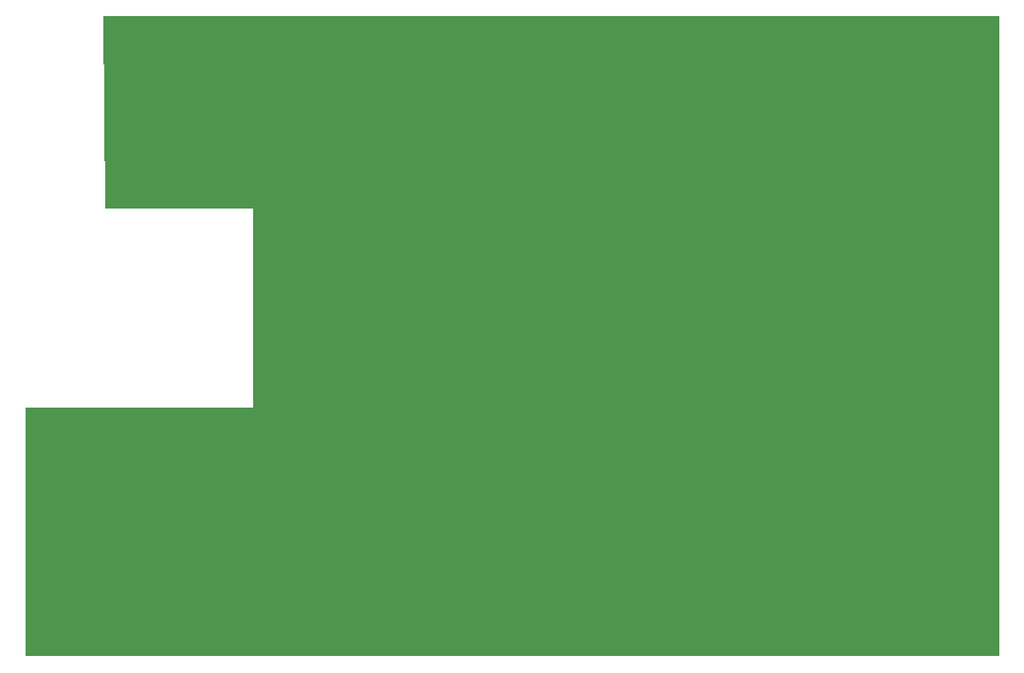
<source format=gbr>
G04 DipTrace 2.4.0.2*
%INBoard.gbr*%
%MOIN*%
%ADD11C,0.0055*%
%FSLAX44Y44*%
G04*
G70*
G90*
G75*
G01*
%LNBoardPoly*%
%LPD*%
G36*
X6753Y19690D2*
D11*
X6690Y26440D1*
X38190D1*
Y3940D1*
X3940D1*
Y12690D1*
X11940D1*
Y19690D1*
X6753D1*
G37*
M02*

</source>
